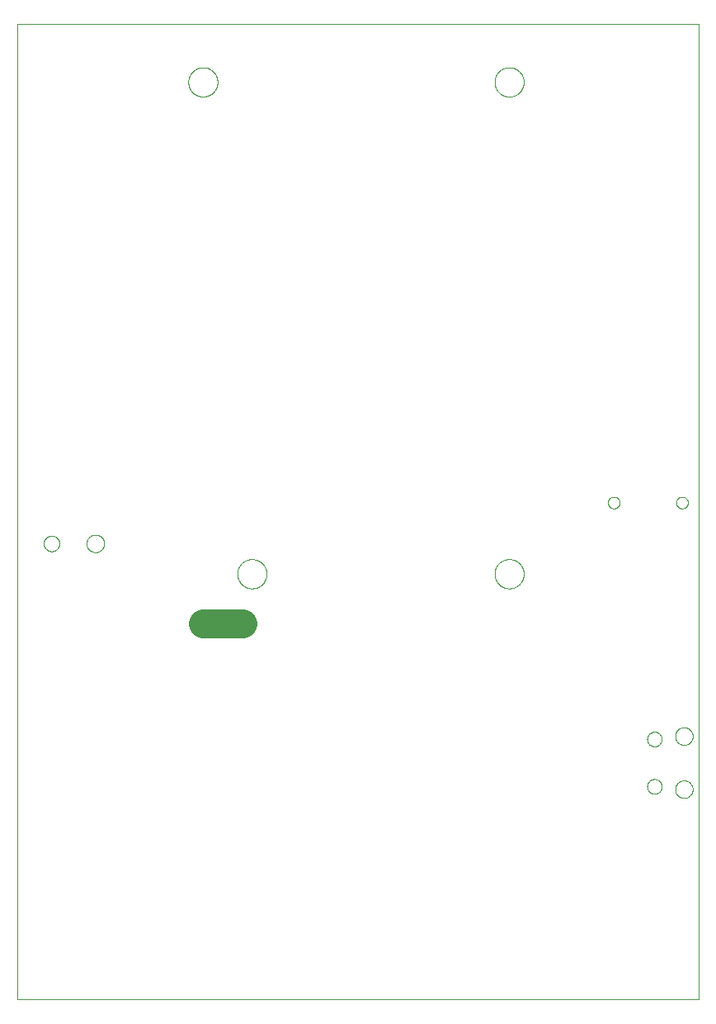
<source format=gko>
G75*
%MOIN*%
%OFA0B0*%
%FSLAX25Y25*%
%IPPOS*%
%LPD*%
%AMOC8*
5,1,8,0,0,1.08239X$1,22.5*
%
%ADD10C,0.00000*%
%ADD11C,0.11811*%
D10*
X0014993Y0002181D02*
X0014993Y0395882D01*
X0290584Y0395882D01*
X0290584Y0002181D01*
X0014993Y0002181D01*
X0104002Y0174041D02*
X0104004Y0174194D01*
X0104010Y0174348D01*
X0104020Y0174501D01*
X0104034Y0174653D01*
X0104052Y0174806D01*
X0104074Y0174957D01*
X0104099Y0175108D01*
X0104129Y0175259D01*
X0104163Y0175409D01*
X0104200Y0175557D01*
X0104241Y0175705D01*
X0104286Y0175851D01*
X0104335Y0175997D01*
X0104388Y0176141D01*
X0104444Y0176283D01*
X0104504Y0176424D01*
X0104568Y0176564D01*
X0104635Y0176702D01*
X0104706Y0176838D01*
X0104781Y0176972D01*
X0104858Y0177104D01*
X0104940Y0177234D01*
X0105024Y0177362D01*
X0105112Y0177488D01*
X0105203Y0177611D01*
X0105297Y0177732D01*
X0105395Y0177850D01*
X0105495Y0177966D01*
X0105599Y0178079D01*
X0105705Y0178190D01*
X0105814Y0178298D01*
X0105926Y0178403D01*
X0106040Y0178504D01*
X0106158Y0178603D01*
X0106277Y0178699D01*
X0106399Y0178792D01*
X0106524Y0178881D01*
X0106651Y0178968D01*
X0106780Y0179050D01*
X0106911Y0179130D01*
X0107044Y0179206D01*
X0107179Y0179279D01*
X0107316Y0179348D01*
X0107455Y0179413D01*
X0107595Y0179475D01*
X0107737Y0179533D01*
X0107880Y0179588D01*
X0108025Y0179639D01*
X0108171Y0179686D01*
X0108318Y0179729D01*
X0108466Y0179768D01*
X0108615Y0179804D01*
X0108765Y0179835D01*
X0108916Y0179863D01*
X0109067Y0179887D01*
X0109220Y0179907D01*
X0109372Y0179923D01*
X0109525Y0179935D01*
X0109678Y0179943D01*
X0109831Y0179947D01*
X0109985Y0179947D01*
X0110138Y0179943D01*
X0110291Y0179935D01*
X0110444Y0179923D01*
X0110596Y0179907D01*
X0110749Y0179887D01*
X0110900Y0179863D01*
X0111051Y0179835D01*
X0111201Y0179804D01*
X0111350Y0179768D01*
X0111498Y0179729D01*
X0111645Y0179686D01*
X0111791Y0179639D01*
X0111936Y0179588D01*
X0112079Y0179533D01*
X0112221Y0179475D01*
X0112361Y0179413D01*
X0112500Y0179348D01*
X0112637Y0179279D01*
X0112772Y0179206D01*
X0112905Y0179130D01*
X0113036Y0179050D01*
X0113165Y0178968D01*
X0113292Y0178881D01*
X0113417Y0178792D01*
X0113539Y0178699D01*
X0113658Y0178603D01*
X0113776Y0178504D01*
X0113890Y0178403D01*
X0114002Y0178298D01*
X0114111Y0178190D01*
X0114217Y0178079D01*
X0114321Y0177966D01*
X0114421Y0177850D01*
X0114519Y0177732D01*
X0114613Y0177611D01*
X0114704Y0177488D01*
X0114792Y0177362D01*
X0114876Y0177234D01*
X0114958Y0177104D01*
X0115035Y0176972D01*
X0115110Y0176838D01*
X0115181Y0176702D01*
X0115248Y0176564D01*
X0115312Y0176424D01*
X0115372Y0176283D01*
X0115428Y0176141D01*
X0115481Y0175997D01*
X0115530Y0175851D01*
X0115575Y0175705D01*
X0115616Y0175557D01*
X0115653Y0175409D01*
X0115687Y0175259D01*
X0115717Y0175108D01*
X0115742Y0174957D01*
X0115764Y0174806D01*
X0115782Y0174653D01*
X0115796Y0174501D01*
X0115806Y0174348D01*
X0115812Y0174194D01*
X0115814Y0174041D01*
X0115812Y0173888D01*
X0115806Y0173734D01*
X0115796Y0173581D01*
X0115782Y0173429D01*
X0115764Y0173276D01*
X0115742Y0173125D01*
X0115717Y0172974D01*
X0115687Y0172823D01*
X0115653Y0172673D01*
X0115616Y0172525D01*
X0115575Y0172377D01*
X0115530Y0172231D01*
X0115481Y0172085D01*
X0115428Y0171941D01*
X0115372Y0171799D01*
X0115312Y0171658D01*
X0115248Y0171518D01*
X0115181Y0171380D01*
X0115110Y0171244D01*
X0115035Y0171110D01*
X0114958Y0170978D01*
X0114876Y0170848D01*
X0114792Y0170720D01*
X0114704Y0170594D01*
X0114613Y0170471D01*
X0114519Y0170350D01*
X0114421Y0170232D01*
X0114321Y0170116D01*
X0114217Y0170003D01*
X0114111Y0169892D01*
X0114002Y0169784D01*
X0113890Y0169679D01*
X0113776Y0169578D01*
X0113658Y0169479D01*
X0113539Y0169383D01*
X0113417Y0169290D01*
X0113292Y0169201D01*
X0113165Y0169114D01*
X0113036Y0169032D01*
X0112905Y0168952D01*
X0112772Y0168876D01*
X0112637Y0168803D01*
X0112500Y0168734D01*
X0112361Y0168669D01*
X0112221Y0168607D01*
X0112079Y0168549D01*
X0111936Y0168494D01*
X0111791Y0168443D01*
X0111645Y0168396D01*
X0111498Y0168353D01*
X0111350Y0168314D01*
X0111201Y0168278D01*
X0111051Y0168247D01*
X0110900Y0168219D01*
X0110749Y0168195D01*
X0110596Y0168175D01*
X0110444Y0168159D01*
X0110291Y0168147D01*
X0110138Y0168139D01*
X0109985Y0168135D01*
X0109831Y0168135D01*
X0109678Y0168139D01*
X0109525Y0168147D01*
X0109372Y0168159D01*
X0109220Y0168175D01*
X0109067Y0168195D01*
X0108916Y0168219D01*
X0108765Y0168247D01*
X0108615Y0168278D01*
X0108466Y0168314D01*
X0108318Y0168353D01*
X0108171Y0168396D01*
X0108025Y0168443D01*
X0107880Y0168494D01*
X0107737Y0168549D01*
X0107595Y0168607D01*
X0107455Y0168669D01*
X0107316Y0168734D01*
X0107179Y0168803D01*
X0107044Y0168876D01*
X0106911Y0168952D01*
X0106780Y0169032D01*
X0106651Y0169114D01*
X0106524Y0169201D01*
X0106399Y0169290D01*
X0106277Y0169383D01*
X0106158Y0169479D01*
X0106040Y0169578D01*
X0105926Y0169679D01*
X0105814Y0169784D01*
X0105705Y0169892D01*
X0105599Y0170003D01*
X0105495Y0170116D01*
X0105395Y0170232D01*
X0105297Y0170350D01*
X0105203Y0170471D01*
X0105112Y0170594D01*
X0105024Y0170720D01*
X0104940Y0170848D01*
X0104858Y0170978D01*
X0104781Y0171110D01*
X0104706Y0171244D01*
X0104635Y0171380D01*
X0104568Y0171518D01*
X0104504Y0171658D01*
X0104444Y0171799D01*
X0104388Y0171941D01*
X0104335Y0172085D01*
X0104286Y0172231D01*
X0104241Y0172377D01*
X0104200Y0172525D01*
X0104163Y0172673D01*
X0104129Y0172823D01*
X0104099Y0172974D01*
X0104074Y0173125D01*
X0104052Y0173276D01*
X0104034Y0173429D01*
X0104020Y0173581D01*
X0104010Y0173734D01*
X0104004Y0173888D01*
X0104002Y0174041D01*
X0043102Y0186291D02*
X0043104Y0186409D01*
X0043110Y0186528D01*
X0043120Y0186646D01*
X0043134Y0186763D01*
X0043151Y0186880D01*
X0043173Y0186997D01*
X0043199Y0187112D01*
X0043228Y0187227D01*
X0043261Y0187341D01*
X0043298Y0187453D01*
X0043339Y0187564D01*
X0043383Y0187674D01*
X0043431Y0187782D01*
X0043483Y0187889D01*
X0043538Y0187994D01*
X0043597Y0188097D01*
X0043659Y0188197D01*
X0043724Y0188296D01*
X0043793Y0188393D01*
X0043864Y0188487D01*
X0043939Y0188578D01*
X0044017Y0188668D01*
X0044098Y0188754D01*
X0044182Y0188838D01*
X0044268Y0188919D01*
X0044358Y0188997D01*
X0044449Y0189072D01*
X0044543Y0189143D01*
X0044640Y0189212D01*
X0044739Y0189277D01*
X0044839Y0189339D01*
X0044942Y0189398D01*
X0045047Y0189453D01*
X0045154Y0189505D01*
X0045262Y0189553D01*
X0045372Y0189597D01*
X0045483Y0189638D01*
X0045595Y0189675D01*
X0045709Y0189708D01*
X0045824Y0189737D01*
X0045939Y0189763D01*
X0046056Y0189785D01*
X0046173Y0189802D01*
X0046290Y0189816D01*
X0046408Y0189826D01*
X0046527Y0189832D01*
X0046645Y0189834D01*
X0046763Y0189832D01*
X0046882Y0189826D01*
X0047000Y0189816D01*
X0047117Y0189802D01*
X0047234Y0189785D01*
X0047351Y0189763D01*
X0047466Y0189737D01*
X0047581Y0189708D01*
X0047695Y0189675D01*
X0047807Y0189638D01*
X0047918Y0189597D01*
X0048028Y0189553D01*
X0048136Y0189505D01*
X0048243Y0189453D01*
X0048348Y0189398D01*
X0048451Y0189339D01*
X0048551Y0189277D01*
X0048650Y0189212D01*
X0048747Y0189143D01*
X0048841Y0189072D01*
X0048932Y0188997D01*
X0049022Y0188919D01*
X0049108Y0188838D01*
X0049192Y0188754D01*
X0049273Y0188668D01*
X0049351Y0188578D01*
X0049426Y0188487D01*
X0049497Y0188393D01*
X0049566Y0188296D01*
X0049631Y0188197D01*
X0049693Y0188097D01*
X0049752Y0187994D01*
X0049807Y0187889D01*
X0049859Y0187782D01*
X0049907Y0187674D01*
X0049951Y0187564D01*
X0049992Y0187453D01*
X0050029Y0187341D01*
X0050062Y0187227D01*
X0050091Y0187112D01*
X0050117Y0186997D01*
X0050139Y0186880D01*
X0050156Y0186763D01*
X0050170Y0186646D01*
X0050180Y0186528D01*
X0050186Y0186409D01*
X0050188Y0186291D01*
X0050186Y0186173D01*
X0050180Y0186054D01*
X0050170Y0185936D01*
X0050156Y0185819D01*
X0050139Y0185702D01*
X0050117Y0185585D01*
X0050091Y0185470D01*
X0050062Y0185355D01*
X0050029Y0185241D01*
X0049992Y0185129D01*
X0049951Y0185018D01*
X0049907Y0184908D01*
X0049859Y0184800D01*
X0049807Y0184693D01*
X0049752Y0184588D01*
X0049693Y0184485D01*
X0049631Y0184385D01*
X0049566Y0184286D01*
X0049497Y0184189D01*
X0049426Y0184095D01*
X0049351Y0184004D01*
X0049273Y0183914D01*
X0049192Y0183828D01*
X0049108Y0183744D01*
X0049022Y0183663D01*
X0048932Y0183585D01*
X0048841Y0183510D01*
X0048747Y0183439D01*
X0048650Y0183370D01*
X0048551Y0183305D01*
X0048451Y0183243D01*
X0048348Y0183184D01*
X0048243Y0183129D01*
X0048136Y0183077D01*
X0048028Y0183029D01*
X0047918Y0182985D01*
X0047807Y0182944D01*
X0047695Y0182907D01*
X0047581Y0182874D01*
X0047466Y0182845D01*
X0047351Y0182819D01*
X0047234Y0182797D01*
X0047117Y0182780D01*
X0047000Y0182766D01*
X0046882Y0182756D01*
X0046763Y0182750D01*
X0046645Y0182748D01*
X0046527Y0182750D01*
X0046408Y0182756D01*
X0046290Y0182766D01*
X0046173Y0182780D01*
X0046056Y0182797D01*
X0045939Y0182819D01*
X0045824Y0182845D01*
X0045709Y0182874D01*
X0045595Y0182907D01*
X0045483Y0182944D01*
X0045372Y0182985D01*
X0045262Y0183029D01*
X0045154Y0183077D01*
X0045047Y0183129D01*
X0044942Y0183184D01*
X0044839Y0183243D01*
X0044739Y0183305D01*
X0044640Y0183370D01*
X0044543Y0183439D01*
X0044449Y0183510D01*
X0044358Y0183585D01*
X0044268Y0183663D01*
X0044182Y0183744D01*
X0044098Y0183828D01*
X0044017Y0183914D01*
X0043939Y0184004D01*
X0043864Y0184095D01*
X0043793Y0184189D01*
X0043724Y0184286D01*
X0043659Y0184385D01*
X0043597Y0184485D01*
X0043538Y0184588D01*
X0043483Y0184693D01*
X0043431Y0184800D01*
X0043383Y0184908D01*
X0043339Y0185018D01*
X0043298Y0185129D01*
X0043261Y0185241D01*
X0043228Y0185355D01*
X0043199Y0185470D01*
X0043173Y0185585D01*
X0043151Y0185702D01*
X0043134Y0185819D01*
X0043120Y0185936D01*
X0043110Y0186054D01*
X0043104Y0186173D01*
X0043102Y0186291D01*
X0025778Y0186291D02*
X0025780Y0186403D01*
X0025786Y0186514D01*
X0025796Y0186626D01*
X0025810Y0186737D01*
X0025827Y0186847D01*
X0025849Y0186957D01*
X0025875Y0187066D01*
X0025904Y0187174D01*
X0025937Y0187280D01*
X0025974Y0187386D01*
X0026015Y0187490D01*
X0026060Y0187593D01*
X0026108Y0187694D01*
X0026159Y0187793D01*
X0026214Y0187890D01*
X0026273Y0187985D01*
X0026334Y0188079D01*
X0026399Y0188170D01*
X0026468Y0188258D01*
X0026539Y0188344D01*
X0026613Y0188428D01*
X0026691Y0188508D01*
X0026771Y0188586D01*
X0026854Y0188662D01*
X0026939Y0188734D01*
X0027027Y0188803D01*
X0027117Y0188869D01*
X0027210Y0188931D01*
X0027305Y0188991D01*
X0027402Y0189047D01*
X0027500Y0189099D01*
X0027601Y0189148D01*
X0027703Y0189193D01*
X0027807Y0189235D01*
X0027912Y0189273D01*
X0028019Y0189307D01*
X0028126Y0189337D01*
X0028235Y0189364D01*
X0028344Y0189386D01*
X0028455Y0189405D01*
X0028565Y0189420D01*
X0028677Y0189431D01*
X0028788Y0189438D01*
X0028900Y0189441D01*
X0029012Y0189440D01*
X0029124Y0189435D01*
X0029235Y0189426D01*
X0029346Y0189413D01*
X0029457Y0189396D01*
X0029567Y0189376D01*
X0029676Y0189351D01*
X0029784Y0189323D01*
X0029891Y0189290D01*
X0029997Y0189254D01*
X0030101Y0189214D01*
X0030204Y0189171D01*
X0030306Y0189124D01*
X0030405Y0189073D01*
X0030503Y0189019D01*
X0030599Y0188961D01*
X0030693Y0188900D01*
X0030784Y0188836D01*
X0030873Y0188769D01*
X0030960Y0188698D01*
X0031044Y0188624D01*
X0031126Y0188548D01*
X0031204Y0188468D01*
X0031280Y0188386D01*
X0031353Y0188301D01*
X0031423Y0188214D01*
X0031489Y0188124D01*
X0031553Y0188032D01*
X0031613Y0187938D01*
X0031670Y0187842D01*
X0031723Y0187743D01*
X0031773Y0187643D01*
X0031819Y0187542D01*
X0031862Y0187438D01*
X0031901Y0187333D01*
X0031936Y0187227D01*
X0031967Y0187120D01*
X0031995Y0187011D01*
X0032018Y0186902D01*
X0032038Y0186792D01*
X0032054Y0186681D01*
X0032066Y0186570D01*
X0032074Y0186459D01*
X0032078Y0186347D01*
X0032078Y0186235D01*
X0032074Y0186123D01*
X0032066Y0186012D01*
X0032054Y0185901D01*
X0032038Y0185790D01*
X0032018Y0185680D01*
X0031995Y0185571D01*
X0031967Y0185462D01*
X0031936Y0185355D01*
X0031901Y0185249D01*
X0031862Y0185144D01*
X0031819Y0185040D01*
X0031773Y0184939D01*
X0031723Y0184839D01*
X0031670Y0184740D01*
X0031613Y0184644D01*
X0031553Y0184550D01*
X0031489Y0184458D01*
X0031423Y0184368D01*
X0031353Y0184281D01*
X0031280Y0184196D01*
X0031204Y0184114D01*
X0031126Y0184034D01*
X0031044Y0183958D01*
X0030960Y0183884D01*
X0030873Y0183813D01*
X0030784Y0183746D01*
X0030693Y0183682D01*
X0030599Y0183621D01*
X0030503Y0183563D01*
X0030405Y0183509D01*
X0030306Y0183458D01*
X0030204Y0183411D01*
X0030101Y0183368D01*
X0029997Y0183328D01*
X0029891Y0183292D01*
X0029784Y0183259D01*
X0029676Y0183231D01*
X0029567Y0183206D01*
X0029457Y0183186D01*
X0029346Y0183169D01*
X0029235Y0183156D01*
X0029124Y0183147D01*
X0029012Y0183142D01*
X0028900Y0183141D01*
X0028788Y0183144D01*
X0028677Y0183151D01*
X0028565Y0183162D01*
X0028455Y0183177D01*
X0028344Y0183196D01*
X0028235Y0183218D01*
X0028126Y0183245D01*
X0028019Y0183275D01*
X0027912Y0183309D01*
X0027807Y0183347D01*
X0027703Y0183389D01*
X0027601Y0183434D01*
X0027500Y0183483D01*
X0027402Y0183535D01*
X0027305Y0183591D01*
X0027210Y0183651D01*
X0027117Y0183713D01*
X0027027Y0183779D01*
X0026939Y0183848D01*
X0026854Y0183920D01*
X0026771Y0183996D01*
X0026691Y0184074D01*
X0026613Y0184154D01*
X0026539Y0184238D01*
X0026468Y0184324D01*
X0026399Y0184412D01*
X0026334Y0184503D01*
X0026273Y0184597D01*
X0026214Y0184692D01*
X0026159Y0184789D01*
X0026108Y0184888D01*
X0026060Y0184989D01*
X0026015Y0185092D01*
X0025974Y0185196D01*
X0025937Y0185302D01*
X0025904Y0185408D01*
X0025875Y0185516D01*
X0025849Y0185625D01*
X0025827Y0185735D01*
X0025810Y0185845D01*
X0025796Y0185956D01*
X0025786Y0186068D01*
X0025780Y0186179D01*
X0025778Y0186291D01*
X0084189Y0372575D02*
X0084191Y0372728D01*
X0084197Y0372882D01*
X0084207Y0373035D01*
X0084221Y0373187D01*
X0084239Y0373340D01*
X0084261Y0373491D01*
X0084286Y0373642D01*
X0084316Y0373793D01*
X0084350Y0373943D01*
X0084387Y0374091D01*
X0084428Y0374239D01*
X0084473Y0374385D01*
X0084522Y0374531D01*
X0084575Y0374675D01*
X0084631Y0374817D01*
X0084691Y0374958D01*
X0084755Y0375098D01*
X0084822Y0375236D01*
X0084893Y0375372D01*
X0084968Y0375506D01*
X0085045Y0375638D01*
X0085127Y0375768D01*
X0085211Y0375896D01*
X0085299Y0376022D01*
X0085390Y0376145D01*
X0085484Y0376266D01*
X0085582Y0376384D01*
X0085682Y0376500D01*
X0085786Y0376613D01*
X0085892Y0376724D01*
X0086001Y0376832D01*
X0086113Y0376937D01*
X0086227Y0377038D01*
X0086345Y0377137D01*
X0086464Y0377233D01*
X0086586Y0377326D01*
X0086711Y0377415D01*
X0086838Y0377502D01*
X0086967Y0377584D01*
X0087098Y0377664D01*
X0087231Y0377740D01*
X0087366Y0377813D01*
X0087503Y0377882D01*
X0087642Y0377947D01*
X0087782Y0378009D01*
X0087924Y0378067D01*
X0088067Y0378122D01*
X0088212Y0378173D01*
X0088358Y0378220D01*
X0088505Y0378263D01*
X0088653Y0378302D01*
X0088802Y0378338D01*
X0088952Y0378369D01*
X0089103Y0378397D01*
X0089254Y0378421D01*
X0089407Y0378441D01*
X0089559Y0378457D01*
X0089712Y0378469D01*
X0089865Y0378477D01*
X0090018Y0378481D01*
X0090172Y0378481D01*
X0090325Y0378477D01*
X0090478Y0378469D01*
X0090631Y0378457D01*
X0090783Y0378441D01*
X0090936Y0378421D01*
X0091087Y0378397D01*
X0091238Y0378369D01*
X0091388Y0378338D01*
X0091537Y0378302D01*
X0091685Y0378263D01*
X0091832Y0378220D01*
X0091978Y0378173D01*
X0092123Y0378122D01*
X0092266Y0378067D01*
X0092408Y0378009D01*
X0092548Y0377947D01*
X0092687Y0377882D01*
X0092824Y0377813D01*
X0092959Y0377740D01*
X0093092Y0377664D01*
X0093223Y0377584D01*
X0093352Y0377502D01*
X0093479Y0377415D01*
X0093604Y0377326D01*
X0093726Y0377233D01*
X0093845Y0377137D01*
X0093963Y0377038D01*
X0094077Y0376937D01*
X0094189Y0376832D01*
X0094298Y0376724D01*
X0094404Y0376613D01*
X0094508Y0376500D01*
X0094608Y0376384D01*
X0094706Y0376266D01*
X0094800Y0376145D01*
X0094891Y0376022D01*
X0094979Y0375896D01*
X0095063Y0375768D01*
X0095145Y0375638D01*
X0095222Y0375506D01*
X0095297Y0375372D01*
X0095368Y0375236D01*
X0095435Y0375098D01*
X0095499Y0374958D01*
X0095559Y0374817D01*
X0095615Y0374675D01*
X0095668Y0374531D01*
X0095717Y0374385D01*
X0095762Y0374239D01*
X0095803Y0374091D01*
X0095840Y0373943D01*
X0095874Y0373793D01*
X0095904Y0373642D01*
X0095929Y0373491D01*
X0095951Y0373340D01*
X0095969Y0373187D01*
X0095983Y0373035D01*
X0095993Y0372882D01*
X0095999Y0372728D01*
X0096001Y0372575D01*
X0095999Y0372422D01*
X0095993Y0372268D01*
X0095983Y0372115D01*
X0095969Y0371963D01*
X0095951Y0371810D01*
X0095929Y0371659D01*
X0095904Y0371508D01*
X0095874Y0371357D01*
X0095840Y0371207D01*
X0095803Y0371059D01*
X0095762Y0370911D01*
X0095717Y0370765D01*
X0095668Y0370619D01*
X0095615Y0370475D01*
X0095559Y0370333D01*
X0095499Y0370192D01*
X0095435Y0370052D01*
X0095368Y0369914D01*
X0095297Y0369778D01*
X0095222Y0369644D01*
X0095145Y0369512D01*
X0095063Y0369382D01*
X0094979Y0369254D01*
X0094891Y0369128D01*
X0094800Y0369005D01*
X0094706Y0368884D01*
X0094608Y0368766D01*
X0094508Y0368650D01*
X0094404Y0368537D01*
X0094298Y0368426D01*
X0094189Y0368318D01*
X0094077Y0368213D01*
X0093963Y0368112D01*
X0093845Y0368013D01*
X0093726Y0367917D01*
X0093604Y0367824D01*
X0093479Y0367735D01*
X0093352Y0367648D01*
X0093223Y0367566D01*
X0093092Y0367486D01*
X0092959Y0367410D01*
X0092824Y0367337D01*
X0092687Y0367268D01*
X0092548Y0367203D01*
X0092408Y0367141D01*
X0092266Y0367083D01*
X0092123Y0367028D01*
X0091978Y0366977D01*
X0091832Y0366930D01*
X0091685Y0366887D01*
X0091537Y0366848D01*
X0091388Y0366812D01*
X0091238Y0366781D01*
X0091087Y0366753D01*
X0090936Y0366729D01*
X0090783Y0366709D01*
X0090631Y0366693D01*
X0090478Y0366681D01*
X0090325Y0366673D01*
X0090172Y0366669D01*
X0090018Y0366669D01*
X0089865Y0366673D01*
X0089712Y0366681D01*
X0089559Y0366693D01*
X0089407Y0366709D01*
X0089254Y0366729D01*
X0089103Y0366753D01*
X0088952Y0366781D01*
X0088802Y0366812D01*
X0088653Y0366848D01*
X0088505Y0366887D01*
X0088358Y0366930D01*
X0088212Y0366977D01*
X0088067Y0367028D01*
X0087924Y0367083D01*
X0087782Y0367141D01*
X0087642Y0367203D01*
X0087503Y0367268D01*
X0087366Y0367337D01*
X0087231Y0367410D01*
X0087098Y0367486D01*
X0086967Y0367566D01*
X0086838Y0367648D01*
X0086711Y0367735D01*
X0086586Y0367824D01*
X0086464Y0367917D01*
X0086345Y0368013D01*
X0086227Y0368112D01*
X0086113Y0368213D01*
X0086001Y0368318D01*
X0085892Y0368426D01*
X0085786Y0368537D01*
X0085682Y0368650D01*
X0085582Y0368766D01*
X0085484Y0368884D01*
X0085390Y0369005D01*
X0085299Y0369128D01*
X0085211Y0369254D01*
X0085127Y0369382D01*
X0085045Y0369512D01*
X0084968Y0369644D01*
X0084893Y0369778D01*
X0084822Y0369914D01*
X0084755Y0370052D01*
X0084691Y0370192D01*
X0084631Y0370333D01*
X0084575Y0370475D01*
X0084522Y0370619D01*
X0084473Y0370765D01*
X0084428Y0370911D01*
X0084387Y0371059D01*
X0084350Y0371207D01*
X0084316Y0371357D01*
X0084286Y0371508D01*
X0084261Y0371659D01*
X0084239Y0371810D01*
X0084221Y0371963D01*
X0084207Y0372115D01*
X0084197Y0372268D01*
X0084191Y0372422D01*
X0084189Y0372575D01*
X0207939Y0372575D02*
X0207941Y0372728D01*
X0207947Y0372882D01*
X0207957Y0373035D01*
X0207971Y0373187D01*
X0207989Y0373340D01*
X0208011Y0373491D01*
X0208036Y0373642D01*
X0208066Y0373793D01*
X0208100Y0373943D01*
X0208137Y0374091D01*
X0208178Y0374239D01*
X0208223Y0374385D01*
X0208272Y0374531D01*
X0208325Y0374675D01*
X0208381Y0374817D01*
X0208441Y0374958D01*
X0208505Y0375098D01*
X0208572Y0375236D01*
X0208643Y0375372D01*
X0208718Y0375506D01*
X0208795Y0375638D01*
X0208877Y0375768D01*
X0208961Y0375896D01*
X0209049Y0376022D01*
X0209140Y0376145D01*
X0209234Y0376266D01*
X0209332Y0376384D01*
X0209432Y0376500D01*
X0209536Y0376613D01*
X0209642Y0376724D01*
X0209751Y0376832D01*
X0209863Y0376937D01*
X0209977Y0377038D01*
X0210095Y0377137D01*
X0210214Y0377233D01*
X0210336Y0377326D01*
X0210461Y0377415D01*
X0210588Y0377502D01*
X0210717Y0377584D01*
X0210848Y0377664D01*
X0210981Y0377740D01*
X0211116Y0377813D01*
X0211253Y0377882D01*
X0211392Y0377947D01*
X0211532Y0378009D01*
X0211674Y0378067D01*
X0211817Y0378122D01*
X0211962Y0378173D01*
X0212108Y0378220D01*
X0212255Y0378263D01*
X0212403Y0378302D01*
X0212552Y0378338D01*
X0212702Y0378369D01*
X0212853Y0378397D01*
X0213004Y0378421D01*
X0213157Y0378441D01*
X0213309Y0378457D01*
X0213462Y0378469D01*
X0213615Y0378477D01*
X0213768Y0378481D01*
X0213922Y0378481D01*
X0214075Y0378477D01*
X0214228Y0378469D01*
X0214381Y0378457D01*
X0214533Y0378441D01*
X0214686Y0378421D01*
X0214837Y0378397D01*
X0214988Y0378369D01*
X0215138Y0378338D01*
X0215287Y0378302D01*
X0215435Y0378263D01*
X0215582Y0378220D01*
X0215728Y0378173D01*
X0215873Y0378122D01*
X0216016Y0378067D01*
X0216158Y0378009D01*
X0216298Y0377947D01*
X0216437Y0377882D01*
X0216574Y0377813D01*
X0216709Y0377740D01*
X0216842Y0377664D01*
X0216973Y0377584D01*
X0217102Y0377502D01*
X0217229Y0377415D01*
X0217354Y0377326D01*
X0217476Y0377233D01*
X0217595Y0377137D01*
X0217713Y0377038D01*
X0217827Y0376937D01*
X0217939Y0376832D01*
X0218048Y0376724D01*
X0218154Y0376613D01*
X0218258Y0376500D01*
X0218358Y0376384D01*
X0218456Y0376266D01*
X0218550Y0376145D01*
X0218641Y0376022D01*
X0218729Y0375896D01*
X0218813Y0375768D01*
X0218895Y0375638D01*
X0218972Y0375506D01*
X0219047Y0375372D01*
X0219118Y0375236D01*
X0219185Y0375098D01*
X0219249Y0374958D01*
X0219309Y0374817D01*
X0219365Y0374675D01*
X0219418Y0374531D01*
X0219467Y0374385D01*
X0219512Y0374239D01*
X0219553Y0374091D01*
X0219590Y0373943D01*
X0219624Y0373793D01*
X0219654Y0373642D01*
X0219679Y0373491D01*
X0219701Y0373340D01*
X0219719Y0373187D01*
X0219733Y0373035D01*
X0219743Y0372882D01*
X0219749Y0372728D01*
X0219751Y0372575D01*
X0219749Y0372422D01*
X0219743Y0372268D01*
X0219733Y0372115D01*
X0219719Y0371963D01*
X0219701Y0371810D01*
X0219679Y0371659D01*
X0219654Y0371508D01*
X0219624Y0371357D01*
X0219590Y0371207D01*
X0219553Y0371059D01*
X0219512Y0370911D01*
X0219467Y0370765D01*
X0219418Y0370619D01*
X0219365Y0370475D01*
X0219309Y0370333D01*
X0219249Y0370192D01*
X0219185Y0370052D01*
X0219118Y0369914D01*
X0219047Y0369778D01*
X0218972Y0369644D01*
X0218895Y0369512D01*
X0218813Y0369382D01*
X0218729Y0369254D01*
X0218641Y0369128D01*
X0218550Y0369005D01*
X0218456Y0368884D01*
X0218358Y0368766D01*
X0218258Y0368650D01*
X0218154Y0368537D01*
X0218048Y0368426D01*
X0217939Y0368318D01*
X0217827Y0368213D01*
X0217713Y0368112D01*
X0217595Y0368013D01*
X0217476Y0367917D01*
X0217354Y0367824D01*
X0217229Y0367735D01*
X0217102Y0367648D01*
X0216973Y0367566D01*
X0216842Y0367486D01*
X0216709Y0367410D01*
X0216574Y0367337D01*
X0216437Y0367268D01*
X0216298Y0367203D01*
X0216158Y0367141D01*
X0216016Y0367083D01*
X0215873Y0367028D01*
X0215728Y0366977D01*
X0215582Y0366930D01*
X0215435Y0366887D01*
X0215287Y0366848D01*
X0215138Y0366812D01*
X0214988Y0366781D01*
X0214837Y0366753D01*
X0214686Y0366729D01*
X0214533Y0366709D01*
X0214381Y0366693D01*
X0214228Y0366681D01*
X0214075Y0366673D01*
X0213922Y0366669D01*
X0213768Y0366669D01*
X0213615Y0366673D01*
X0213462Y0366681D01*
X0213309Y0366693D01*
X0213157Y0366709D01*
X0213004Y0366729D01*
X0212853Y0366753D01*
X0212702Y0366781D01*
X0212552Y0366812D01*
X0212403Y0366848D01*
X0212255Y0366887D01*
X0212108Y0366930D01*
X0211962Y0366977D01*
X0211817Y0367028D01*
X0211674Y0367083D01*
X0211532Y0367141D01*
X0211392Y0367203D01*
X0211253Y0367268D01*
X0211116Y0367337D01*
X0210981Y0367410D01*
X0210848Y0367486D01*
X0210717Y0367566D01*
X0210588Y0367648D01*
X0210461Y0367735D01*
X0210336Y0367824D01*
X0210214Y0367917D01*
X0210095Y0368013D01*
X0209977Y0368112D01*
X0209863Y0368213D01*
X0209751Y0368318D01*
X0209642Y0368426D01*
X0209536Y0368537D01*
X0209432Y0368650D01*
X0209332Y0368766D01*
X0209234Y0368884D01*
X0209140Y0369005D01*
X0209049Y0369128D01*
X0208961Y0369254D01*
X0208877Y0369382D01*
X0208795Y0369512D01*
X0208718Y0369644D01*
X0208643Y0369778D01*
X0208572Y0369914D01*
X0208505Y0370052D01*
X0208441Y0370192D01*
X0208381Y0370333D01*
X0208325Y0370475D01*
X0208272Y0370619D01*
X0208223Y0370765D01*
X0208178Y0370911D01*
X0208137Y0371059D01*
X0208100Y0371207D01*
X0208066Y0371357D01*
X0208036Y0371508D01*
X0208011Y0371659D01*
X0207989Y0371810D01*
X0207971Y0371963D01*
X0207957Y0372115D01*
X0207947Y0372268D01*
X0207941Y0372422D01*
X0207939Y0372575D01*
X0253773Y0202791D02*
X0253775Y0202888D01*
X0253781Y0202985D01*
X0253791Y0203081D01*
X0253805Y0203177D01*
X0253823Y0203273D01*
X0253844Y0203367D01*
X0253870Y0203461D01*
X0253899Y0203553D01*
X0253933Y0203644D01*
X0253969Y0203734D01*
X0254010Y0203822D01*
X0254054Y0203908D01*
X0254102Y0203993D01*
X0254153Y0204075D01*
X0254207Y0204156D01*
X0254265Y0204234D01*
X0254326Y0204309D01*
X0254389Y0204382D01*
X0254456Y0204453D01*
X0254526Y0204520D01*
X0254598Y0204585D01*
X0254673Y0204646D01*
X0254751Y0204705D01*
X0254830Y0204760D01*
X0254912Y0204812D01*
X0254996Y0204860D01*
X0255082Y0204905D01*
X0255170Y0204947D01*
X0255259Y0204985D01*
X0255350Y0205019D01*
X0255442Y0205049D01*
X0255535Y0205076D01*
X0255630Y0205098D01*
X0255725Y0205117D01*
X0255821Y0205132D01*
X0255917Y0205143D01*
X0256014Y0205150D01*
X0256111Y0205153D01*
X0256208Y0205152D01*
X0256305Y0205147D01*
X0256401Y0205138D01*
X0256497Y0205125D01*
X0256593Y0205108D01*
X0256688Y0205087D01*
X0256781Y0205063D01*
X0256874Y0205034D01*
X0256966Y0205002D01*
X0257056Y0204966D01*
X0257144Y0204927D01*
X0257231Y0204883D01*
X0257316Y0204837D01*
X0257399Y0204786D01*
X0257480Y0204733D01*
X0257558Y0204676D01*
X0257635Y0204616D01*
X0257708Y0204553D01*
X0257779Y0204487D01*
X0257847Y0204418D01*
X0257913Y0204346D01*
X0257975Y0204272D01*
X0258034Y0204195D01*
X0258090Y0204116D01*
X0258143Y0204034D01*
X0258193Y0203951D01*
X0258238Y0203865D01*
X0258281Y0203778D01*
X0258320Y0203689D01*
X0258355Y0203599D01*
X0258386Y0203507D01*
X0258413Y0203414D01*
X0258437Y0203320D01*
X0258457Y0203225D01*
X0258473Y0203129D01*
X0258485Y0203033D01*
X0258493Y0202936D01*
X0258497Y0202839D01*
X0258497Y0202743D01*
X0258493Y0202646D01*
X0258485Y0202549D01*
X0258473Y0202453D01*
X0258457Y0202357D01*
X0258437Y0202262D01*
X0258413Y0202168D01*
X0258386Y0202075D01*
X0258355Y0201983D01*
X0258320Y0201893D01*
X0258281Y0201804D01*
X0258238Y0201717D01*
X0258193Y0201631D01*
X0258143Y0201548D01*
X0258090Y0201466D01*
X0258034Y0201387D01*
X0257975Y0201310D01*
X0257913Y0201236D01*
X0257847Y0201164D01*
X0257779Y0201095D01*
X0257708Y0201029D01*
X0257635Y0200966D01*
X0257558Y0200906D01*
X0257480Y0200849D01*
X0257399Y0200796D01*
X0257316Y0200745D01*
X0257231Y0200699D01*
X0257144Y0200655D01*
X0257056Y0200616D01*
X0256966Y0200580D01*
X0256874Y0200548D01*
X0256781Y0200519D01*
X0256688Y0200495D01*
X0256593Y0200474D01*
X0256497Y0200457D01*
X0256401Y0200444D01*
X0256305Y0200435D01*
X0256208Y0200430D01*
X0256111Y0200429D01*
X0256014Y0200432D01*
X0255917Y0200439D01*
X0255821Y0200450D01*
X0255725Y0200465D01*
X0255630Y0200484D01*
X0255535Y0200506D01*
X0255442Y0200533D01*
X0255350Y0200563D01*
X0255259Y0200597D01*
X0255170Y0200635D01*
X0255082Y0200677D01*
X0254996Y0200722D01*
X0254912Y0200770D01*
X0254830Y0200822D01*
X0254751Y0200877D01*
X0254673Y0200936D01*
X0254598Y0200997D01*
X0254526Y0201062D01*
X0254456Y0201129D01*
X0254389Y0201200D01*
X0254326Y0201273D01*
X0254265Y0201348D01*
X0254207Y0201426D01*
X0254153Y0201507D01*
X0254102Y0201589D01*
X0254054Y0201674D01*
X0254010Y0201760D01*
X0253969Y0201848D01*
X0253933Y0201938D01*
X0253899Y0202029D01*
X0253870Y0202121D01*
X0253844Y0202215D01*
X0253823Y0202309D01*
X0253805Y0202405D01*
X0253791Y0202501D01*
X0253781Y0202597D01*
X0253775Y0202694D01*
X0253773Y0202791D01*
X0281332Y0202791D02*
X0281334Y0202888D01*
X0281340Y0202985D01*
X0281350Y0203081D01*
X0281364Y0203177D01*
X0281382Y0203273D01*
X0281403Y0203367D01*
X0281429Y0203461D01*
X0281458Y0203553D01*
X0281492Y0203644D01*
X0281528Y0203734D01*
X0281569Y0203822D01*
X0281613Y0203908D01*
X0281661Y0203993D01*
X0281712Y0204075D01*
X0281766Y0204156D01*
X0281824Y0204234D01*
X0281885Y0204309D01*
X0281948Y0204382D01*
X0282015Y0204453D01*
X0282085Y0204520D01*
X0282157Y0204585D01*
X0282232Y0204646D01*
X0282310Y0204705D01*
X0282389Y0204760D01*
X0282471Y0204812D01*
X0282555Y0204860D01*
X0282641Y0204905D01*
X0282729Y0204947D01*
X0282818Y0204985D01*
X0282909Y0205019D01*
X0283001Y0205049D01*
X0283094Y0205076D01*
X0283189Y0205098D01*
X0283284Y0205117D01*
X0283380Y0205132D01*
X0283476Y0205143D01*
X0283573Y0205150D01*
X0283670Y0205153D01*
X0283767Y0205152D01*
X0283864Y0205147D01*
X0283960Y0205138D01*
X0284056Y0205125D01*
X0284152Y0205108D01*
X0284247Y0205087D01*
X0284340Y0205063D01*
X0284433Y0205034D01*
X0284525Y0205002D01*
X0284615Y0204966D01*
X0284703Y0204927D01*
X0284790Y0204883D01*
X0284875Y0204837D01*
X0284958Y0204786D01*
X0285039Y0204733D01*
X0285117Y0204676D01*
X0285194Y0204616D01*
X0285267Y0204553D01*
X0285338Y0204487D01*
X0285406Y0204418D01*
X0285472Y0204346D01*
X0285534Y0204272D01*
X0285593Y0204195D01*
X0285649Y0204116D01*
X0285702Y0204034D01*
X0285752Y0203951D01*
X0285797Y0203865D01*
X0285840Y0203778D01*
X0285879Y0203689D01*
X0285914Y0203599D01*
X0285945Y0203507D01*
X0285972Y0203414D01*
X0285996Y0203320D01*
X0286016Y0203225D01*
X0286032Y0203129D01*
X0286044Y0203033D01*
X0286052Y0202936D01*
X0286056Y0202839D01*
X0286056Y0202743D01*
X0286052Y0202646D01*
X0286044Y0202549D01*
X0286032Y0202453D01*
X0286016Y0202357D01*
X0285996Y0202262D01*
X0285972Y0202168D01*
X0285945Y0202075D01*
X0285914Y0201983D01*
X0285879Y0201893D01*
X0285840Y0201804D01*
X0285797Y0201717D01*
X0285752Y0201631D01*
X0285702Y0201548D01*
X0285649Y0201466D01*
X0285593Y0201387D01*
X0285534Y0201310D01*
X0285472Y0201236D01*
X0285406Y0201164D01*
X0285338Y0201095D01*
X0285267Y0201029D01*
X0285194Y0200966D01*
X0285117Y0200906D01*
X0285039Y0200849D01*
X0284958Y0200796D01*
X0284875Y0200745D01*
X0284790Y0200699D01*
X0284703Y0200655D01*
X0284615Y0200616D01*
X0284525Y0200580D01*
X0284433Y0200548D01*
X0284340Y0200519D01*
X0284247Y0200495D01*
X0284152Y0200474D01*
X0284056Y0200457D01*
X0283960Y0200444D01*
X0283864Y0200435D01*
X0283767Y0200430D01*
X0283670Y0200429D01*
X0283573Y0200432D01*
X0283476Y0200439D01*
X0283380Y0200450D01*
X0283284Y0200465D01*
X0283189Y0200484D01*
X0283094Y0200506D01*
X0283001Y0200533D01*
X0282909Y0200563D01*
X0282818Y0200597D01*
X0282729Y0200635D01*
X0282641Y0200677D01*
X0282555Y0200722D01*
X0282471Y0200770D01*
X0282389Y0200822D01*
X0282310Y0200877D01*
X0282232Y0200936D01*
X0282157Y0200997D01*
X0282085Y0201062D01*
X0282015Y0201129D01*
X0281948Y0201200D01*
X0281885Y0201273D01*
X0281824Y0201348D01*
X0281766Y0201426D01*
X0281712Y0201507D01*
X0281661Y0201589D01*
X0281613Y0201674D01*
X0281569Y0201760D01*
X0281528Y0201848D01*
X0281492Y0201938D01*
X0281458Y0202029D01*
X0281429Y0202121D01*
X0281403Y0202215D01*
X0281382Y0202309D01*
X0281364Y0202405D01*
X0281350Y0202501D01*
X0281340Y0202597D01*
X0281334Y0202694D01*
X0281332Y0202791D01*
X0207939Y0174041D02*
X0207941Y0174194D01*
X0207947Y0174348D01*
X0207957Y0174501D01*
X0207971Y0174653D01*
X0207989Y0174806D01*
X0208011Y0174957D01*
X0208036Y0175108D01*
X0208066Y0175259D01*
X0208100Y0175409D01*
X0208137Y0175557D01*
X0208178Y0175705D01*
X0208223Y0175851D01*
X0208272Y0175997D01*
X0208325Y0176141D01*
X0208381Y0176283D01*
X0208441Y0176424D01*
X0208505Y0176564D01*
X0208572Y0176702D01*
X0208643Y0176838D01*
X0208718Y0176972D01*
X0208795Y0177104D01*
X0208877Y0177234D01*
X0208961Y0177362D01*
X0209049Y0177488D01*
X0209140Y0177611D01*
X0209234Y0177732D01*
X0209332Y0177850D01*
X0209432Y0177966D01*
X0209536Y0178079D01*
X0209642Y0178190D01*
X0209751Y0178298D01*
X0209863Y0178403D01*
X0209977Y0178504D01*
X0210095Y0178603D01*
X0210214Y0178699D01*
X0210336Y0178792D01*
X0210461Y0178881D01*
X0210588Y0178968D01*
X0210717Y0179050D01*
X0210848Y0179130D01*
X0210981Y0179206D01*
X0211116Y0179279D01*
X0211253Y0179348D01*
X0211392Y0179413D01*
X0211532Y0179475D01*
X0211674Y0179533D01*
X0211817Y0179588D01*
X0211962Y0179639D01*
X0212108Y0179686D01*
X0212255Y0179729D01*
X0212403Y0179768D01*
X0212552Y0179804D01*
X0212702Y0179835D01*
X0212853Y0179863D01*
X0213004Y0179887D01*
X0213157Y0179907D01*
X0213309Y0179923D01*
X0213462Y0179935D01*
X0213615Y0179943D01*
X0213768Y0179947D01*
X0213922Y0179947D01*
X0214075Y0179943D01*
X0214228Y0179935D01*
X0214381Y0179923D01*
X0214533Y0179907D01*
X0214686Y0179887D01*
X0214837Y0179863D01*
X0214988Y0179835D01*
X0215138Y0179804D01*
X0215287Y0179768D01*
X0215435Y0179729D01*
X0215582Y0179686D01*
X0215728Y0179639D01*
X0215873Y0179588D01*
X0216016Y0179533D01*
X0216158Y0179475D01*
X0216298Y0179413D01*
X0216437Y0179348D01*
X0216574Y0179279D01*
X0216709Y0179206D01*
X0216842Y0179130D01*
X0216973Y0179050D01*
X0217102Y0178968D01*
X0217229Y0178881D01*
X0217354Y0178792D01*
X0217476Y0178699D01*
X0217595Y0178603D01*
X0217713Y0178504D01*
X0217827Y0178403D01*
X0217939Y0178298D01*
X0218048Y0178190D01*
X0218154Y0178079D01*
X0218258Y0177966D01*
X0218358Y0177850D01*
X0218456Y0177732D01*
X0218550Y0177611D01*
X0218641Y0177488D01*
X0218729Y0177362D01*
X0218813Y0177234D01*
X0218895Y0177104D01*
X0218972Y0176972D01*
X0219047Y0176838D01*
X0219118Y0176702D01*
X0219185Y0176564D01*
X0219249Y0176424D01*
X0219309Y0176283D01*
X0219365Y0176141D01*
X0219418Y0175997D01*
X0219467Y0175851D01*
X0219512Y0175705D01*
X0219553Y0175557D01*
X0219590Y0175409D01*
X0219624Y0175259D01*
X0219654Y0175108D01*
X0219679Y0174957D01*
X0219701Y0174806D01*
X0219719Y0174653D01*
X0219733Y0174501D01*
X0219743Y0174348D01*
X0219749Y0174194D01*
X0219751Y0174041D01*
X0219749Y0173888D01*
X0219743Y0173734D01*
X0219733Y0173581D01*
X0219719Y0173429D01*
X0219701Y0173276D01*
X0219679Y0173125D01*
X0219654Y0172974D01*
X0219624Y0172823D01*
X0219590Y0172673D01*
X0219553Y0172525D01*
X0219512Y0172377D01*
X0219467Y0172231D01*
X0219418Y0172085D01*
X0219365Y0171941D01*
X0219309Y0171799D01*
X0219249Y0171658D01*
X0219185Y0171518D01*
X0219118Y0171380D01*
X0219047Y0171244D01*
X0218972Y0171110D01*
X0218895Y0170978D01*
X0218813Y0170848D01*
X0218729Y0170720D01*
X0218641Y0170594D01*
X0218550Y0170471D01*
X0218456Y0170350D01*
X0218358Y0170232D01*
X0218258Y0170116D01*
X0218154Y0170003D01*
X0218048Y0169892D01*
X0217939Y0169784D01*
X0217827Y0169679D01*
X0217713Y0169578D01*
X0217595Y0169479D01*
X0217476Y0169383D01*
X0217354Y0169290D01*
X0217229Y0169201D01*
X0217102Y0169114D01*
X0216973Y0169032D01*
X0216842Y0168952D01*
X0216709Y0168876D01*
X0216574Y0168803D01*
X0216437Y0168734D01*
X0216298Y0168669D01*
X0216158Y0168607D01*
X0216016Y0168549D01*
X0215873Y0168494D01*
X0215728Y0168443D01*
X0215582Y0168396D01*
X0215435Y0168353D01*
X0215287Y0168314D01*
X0215138Y0168278D01*
X0214988Y0168247D01*
X0214837Y0168219D01*
X0214686Y0168195D01*
X0214533Y0168175D01*
X0214381Y0168159D01*
X0214228Y0168147D01*
X0214075Y0168139D01*
X0213922Y0168135D01*
X0213768Y0168135D01*
X0213615Y0168139D01*
X0213462Y0168147D01*
X0213309Y0168159D01*
X0213157Y0168175D01*
X0213004Y0168195D01*
X0212853Y0168219D01*
X0212702Y0168247D01*
X0212552Y0168278D01*
X0212403Y0168314D01*
X0212255Y0168353D01*
X0212108Y0168396D01*
X0211962Y0168443D01*
X0211817Y0168494D01*
X0211674Y0168549D01*
X0211532Y0168607D01*
X0211392Y0168669D01*
X0211253Y0168734D01*
X0211116Y0168803D01*
X0210981Y0168876D01*
X0210848Y0168952D01*
X0210717Y0169032D01*
X0210588Y0169114D01*
X0210461Y0169201D01*
X0210336Y0169290D01*
X0210214Y0169383D01*
X0210095Y0169479D01*
X0209977Y0169578D01*
X0209863Y0169679D01*
X0209751Y0169784D01*
X0209642Y0169892D01*
X0209536Y0170003D01*
X0209432Y0170116D01*
X0209332Y0170232D01*
X0209234Y0170350D01*
X0209140Y0170471D01*
X0209049Y0170594D01*
X0208961Y0170720D01*
X0208877Y0170848D01*
X0208795Y0170978D01*
X0208718Y0171110D01*
X0208643Y0171244D01*
X0208572Y0171380D01*
X0208505Y0171518D01*
X0208441Y0171658D01*
X0208381Y0171799D01*
X0208325Y0171941D01*
X0208272Y0172085D01*
X0208223Y0172231D01*
X0208178Y0172377D01*
X0208137Y0172525D01*
X0208100Y0172673D01*
X0208066Y0172823D01*
X0208036Y0172974D01*
X0208011Y0173125D01*
X0207989Y0173276D01*
X0207971Y0173429D01*
X0207957Y0173581D01*
X0207947Y0173734D01*
X0207941Y0173888D01*
X0207939Y0174041D01*
X0269599Y0107339D02*
X0269601Y0107447D01*
X0269607Y0107556D01*
X0269617Y0107664D01*
X0269631Y0107771D01*
X0269649Y0107878D01*
X0269670Y0107985D01*
X0269696Y0108090D01*
X0269726Y0108195D01*
X0269759Y0108298D01*
X0269796Y0108400D01*
X0269837Y0108500D01*
X0269881Y0108599D01*
X0269930Y0108697D01*
X0269981Y0108792D01*
X0270036Y0108885D01*
X0270095Y0108977D01*
X0270157Y0109066D01*
X0270222Y0109153D01*
X0270290Y0109237D01*
X0270361Y0109319D01*
X0270435Y0109398D01*
X0270512Y0109474D01*
X0270592Y0109548D01*
X0270675Y0109618D01*
X0270760Y0109686D01*
X0270847Y0109750D01*
X0270937Y0109811D01*
X0271029Y0109869D01*
X0271123Y0109923D01*
X0271219Y0109974D01*
X0271316Y0110021D01*
X0271416Y0110065D01*
X0271517Y0110105D01*
X0271619Y0110141D01*
X0271722Y0110173D01*
X0271827Y0110202D01*
X0271933Y0110226D01*
X0272039Y0110247D01*
X0272146Y0110264D01*
X0272254Y0110277D01*
X0272362Y0110286D01*
X0272471Y0110291D01*
X0272579Y0110292D01*
X0272688Y0110289D01*
X0272796Y0110282D01*
X0272904Y0110271D01*
X0273011Y0110256D01*
X0273118Y0110237D01*
X0273224Y0110214D01*
X0273329Y0110188D01*
X0273434Y0110157D01*
X0273536Y0110123D01*
X0273638Y0110085D01*
X0273738Y0110043D01*
X0273837Y0109998D01*
X0273934Y0109949D01*
X0274028Y0109896D01*
X0274121Y0109840D01*
X0274212Y0109781D01*
X0274301Y0109718D01*
X0274387Y0109653D01*
X0274471Y0109584D01*
X0274552Y0109512D01*
X0274630Y0109437D01*
X0274706Y0109359D01*
X0274779Y0109278D01*
X0274849Y0109195D01*
X0274915Y0109110D01*
X0274979Y0109022D01*
X0275039Y0108931D01*
X0275096Y0108839D01*
X0275149Y0108744D01*
X0275199Y0108648D01*
X0275245Y0108550D01*
X0275288Y0108450D01*
X0275327Y0108349D01*
X0275362Y0108246D01*
X0275394Y0108143D01*
X0275421Y0108038D01*
X0275445Y0107932D01*
X0275465Y0107825D01*
X0275481Y0107718D01*
X0275493Y0107610D01*
X0275501Y0107502D01*
X0275505Y0107393D01*
X0275505Y0107285D01*
X0275501Y0107176D01*
X0275493Y0107068D01*
X0275481Y0106960D01*
X0275465Y0106853D01*
X0275445Y0106746D01*
X0275421Y0106640D01*
X0275394Y0106535D01*
X0275362Y0106432D01*
X0275327Y0106329D01*
X0275288Y0106228D01*
X0275245Y0106128D01*
X0275199Y0106030D01*
X0275149Y0105934D01*
X0275096Y0105839D01*
X0275039Y0105747D01*
X0274979Y0105656D01*
X0274915Y0105568D01*
X0274849Y0105483D01*
X0274779Y0105400D01*
X0274706Y0105319D01*
X0274630Y0105241D01*
X0274552Y0105166D01*
X0274471Y0105094D01*
X0274387Y0105025D01*
X0274301Y0104960D01*
X0274212Y0104897D01*
X0274121Y0104838D01*
X0274029Y0104782D01*
X0273934Y0104729D01*
X0273837Y0104680D01*
X0273738Y0104635D01*
X0273638Y0104593D01*
X0273536Y0104555D01*
X0273434Y0104521D01*
X0273329Y0104490D01*
X0273224Y0104464D01*
X0273118Y0104441D01*
X0273011Y0104422D01*
X0272904Y0104407D01*
X0272796Y0104396D01*
X0272688Y0104389D01*
X0272579Y0104386D01*
X0272471Y0104387D01*
X0272362Y0104392D01*
X0272254Y0104401D01*
X0272146Y0104414D01*
X0272039Y0104431D01*
X0271933Y0104452D01*
X0271827Y0104476D01*
X0271722Y0104505D01*
X0271619Y0104537D01*
X0271517Y0104573D01*
X0271416Y0104613D01*
X0271316Y0104657D01*
X0271219Y0104704D01*
X0271123Y0104755D01*
X0271029Y0104809D01*
X0270937Y0104867D01*
X0270847Y0104928D01*
X0270760Y0104992D01*
X0270675Y0105060D01*
X0270592Y0105130D01*
X0270512Y0105204D01*
X0270435Y0105280D01*
X0270361Y0105359D01*
X0270290Y0105441D01*
X0270222Y0105525D01*
X0270157Y0105612D01*
X0270095Y0105701D01*
X0270036Y0105793D01*
X0269981Y0105886D01*
X0269930Y0105981D01*
X0269881Y0106079D01*
X0269837Y0106178D01*
X0269796Y0106278D01*
X0269759Y0106380D01*
X0269726Y0106483D01*
X0269696Y0106588D01*
X0269670Y0106693D01*
X0269649Y0106800D01*
X0269631Y0106907D01*
X0269617Y0107014D01*
X0269607Y0107122D01*
X0269601Y0107231D01*
X0269599Y0107339D01*
X0280938Y0108520D02*
X0280940Y0108638D01*
X0280946Y0108757D01*
X0280956Y0108875D01*
X0280970Y0108992D01*
X0280987Y0109109D01*
X0281009Y0109226D01*
X0281035Y0109341D01*
X0281064Y0109456D01*
X0281097Y0109570D01*
X0281134Y0109682D01*
X0281175Y0109793D01*
X0281219Y0109903D01*
X0281267Y0110011D01*
X0281319Y0110118D01*
X0281374Y0110223D01*
X0281433Y0110326D01*
X0281495Y0110426D01*
X0281560Y0110525D01*
X0281629Y0110622D01*
X0281700Y0110716D01*
X0281775Y0110807D01*
X0281853Y0110897D01*
X0281934Y0110983D01*
X0282018Y0111067D01*
X0282104Y0111148D01*
X0282194Y0111226D01*
X0282285Y0111301D01*
X0282379Y0111372D01*
X0282476Y0111441D01*
X0282575Y0111506D01*
X0282675Y0111568D01*
X0282778Y0111627D01*
X0282883Y0111682D01*
X0282990Y0111734D01*
X0283098Y0111782D01*
X0283208Y0111826D01*
X0283319Y0111867D01*
X0283431Y0111904D01*
X0283545Y0111937D01*
X0283660Y0111966D01*
X0283775Y0111992D01*
X0283892Y0112014D01*
X0284009Y0112031D01*
X0284126Y0112045D01*
X0284244Y0112055D01*
X0284363Y0112061D01*
X0284481Y0112063D01*
X0284599Y0112061D01*
X0284718Y0112055D01*
X0284836Y0112045D01*
X0284953Y0112031D01*
X0285070Y0112014D01*
X0285187Y0111992D01*
X0285302Y0111966D01*
X0285417Y0111937D01*
X0285531Y0111904D01*
X0285643Y0111867D01*
X0285754Y0111826D01*
X0285864Y0111782D01*
X0285972Y0111734D01*
X0286079Y0111682D01*
X0286184Y0111627D01*
X0286287Y0111568D01*
X0286387Y0111506D01*
X0286486Y0111441D01*
X0286583Y0111372D01*
X0286677Y0111301D01*
X0286768Y0111226D01*
X0286858Y0111148D01*
X0286944Y0111067D01*
X0287028Y0110983D01*
X0287109Y0110897D01*
X0287187Y0110807D01*
X0287262Y0110716D01*
X0287333Y0110622D01*
X0287402Y0110525D01*
X0287467Y0110426D01*
X0287529Y0110326D01*
X0287588Y0110223D01*
X0287643Y0110118D01*
X0287695Y0110011D01*
X0287743Y0109903D01*
X0287787Y0109793D01*
X0287828Y0109682D01*
X0287865Y0109570D01*
X0287898Y0109456D01*
X0287927Y0109341D01*
X0287953Y0109226D01*
X0287975Y0109109D01*
X0287992Y0108992D01*
X0288006Y0108875D01*
X0288016Y0108757D01*
X0288022Y0108638D01*
X0288024Y0108520D01*
X0288022Y0108402D01*
X0288016Y0108283D01*
X0288006Y0108165D01*
X0287992Y0108048D01*
X0287975Y0107931D01*
X0287953Y0107814D01*
X0287927Y0107699D01*
X0287898Y0107584D01*
X0287865Y0107470D01*
X0287828Y0107358D01*
X0287787Y0107247D01*
X0287743Y0107137D01*
X0287695Y0107029D01*
X0287643Y0106922D01*
X0287588Y0106817D01*
X0287529Y0106714D01*
X0287467Y0106614D01*
X0287402Y0106515D01*
X0287333Y0106418D01*
X0287262Y0106324D01*
X0287187Y0106233D01*
X0287109Y0106143D01*
X0287028Y0106057D01*
X0286944Y0105973D01*
X0286858Y0105892D01*
X0286768Y0105814D01*
X0286677Y0105739D01*
X0286583Y0105668D01*
X0286486Y0105599D01*
X0286387Y0105534D01*
X0286287Y0105472D01*
X0286184Y0105413D01*
X0286079Y0105358D01*
X0285972Y0105306D01*
X0285864Y0105258D01*
X0285754Y0105214D01*
X0285643Y0105173D01*
X0285531Y0105136D01*
X0285417Y0105103D01*
X0285302Y0105074D01*
X0285187Y0105048D01*
X0285070Y0105026D01*
X0284953Y0105009D01*
X0284836Y0104995D01*
X0284718Y0104985D01*
X0284599Y0104979D01*
X0284481Y0104977D01*
X0284363Y0104979D01*
X0284244Y0104985D01*
X0284126Y0104995D01*
X0284009Y0105009D01*
X0283892Y0105026D01*
X0283775Y0105048D01*
X0283660Y0105074D01*
X0283545Y0105103D01*
X0283431Y0105136D01*
X0283319Y0105173D01*
X0283208Y0105214D01*
X0283098Y0105258D01*
X0282990Y0105306D01*
X0282883Y0105358D01*
X0282778Y0105413D01*
X0282675Y0105472D01*
X0282575Y0105534D01*
X0282476Y0105599D01*
X0282379Y0105668D01*
X0282285Y0105739D01*
X0282194Y0105814D01*
X0282104Y0105892D01*
X0282018Y0105973D01*
X0281934Y0106057D01*
X0281853Y0106143D01*
X0281775Y0106233D01*
X0281700Y0106324D01*
X0281629Y0106418D01*
X0281560Y0106515D01*
X0281495Y0106614D01*
X0281433Y0106714D01*
X0281374Y0106817D01*
X0281319Y0106922D01*
X0281267Y0107029D01*
X0281219Y0107137D01*
X0281175Y0107247D01*
X0281134Y0107358D01*
X0281097Y0107470D01*
X0281064Y0107584D01*
X0281035Y0107699D01*
X0281009Y0107814D01*
X0280987Y0107931D01*
X0280970Y0108048D01*
X0280956Y0108165D01*
X0280946Y0108283D01*
X0280940Y0108402D01*
X0280938Y0108520D01*
X0269599Y0088244D02*
X0269601Y0088352D01*
X0269607Y0088461D01*
X0269617Y0088569D01*
X0269631Y0088676D01*
X0269649Y0088783D01*
X0269670Y0088890D01*
X0269696Y0088995D01*
X0269726Y0089100D01*
X0269759Y0089203D01*
X0269796Y0089305D01*
X0269837Y0089405D01*
X0269881Y0089504D01*
X0269930Y0089602D01*
X0269981Y0089697D01*
X0270036Y0089790D01*
X0270095Y0089882D01*
X0270157Y0089971D01*
X0270222Y0090058D01*
X0270290Y0090142D01*
X0270361Y0090224D01*
X0270435Y0090303D01*
X0270512Y0090379D01*
X0270592Y0090453D01*
X0270675Y0090523D01*
X0270760Y0090591D01*
X0270847Y0090655D01*
X0270937Y0090716D01*
X0271029Y0090774D01*
X0271123Y0090828D01*
X0271219Y0090879D01*
X0271316Y0090926D01*
X0271416Y0090970D01*
X0271517Y0091010D01*
X0271619Y0091046D01*
X0271722Y0091078D01*
X0271827Y0091107D01*
X0271933Y0091131D01*
X0272039Y0091152D01*
X0272146Y0091169D01*
X0272254Y0091182D01*
X0272362Y0091191D01*
X0272471Y0091196D01*
X0272579Y0091197D01*
X0272688Y0091194D01*
X0272796Y0091187D01*
X0272904Y0091176D01*
X0273011Y0091161D01*
X0273118Y0091142D01*
X0273224Y0091119D01*
X0273329Y0091093D01*
X0273434Y0091062D01*
X0273536Y0091028D01*
X0273638Y0090990D01*
X0273738Y0090948D01*
X0273837Y0090903D01*
X0273934Y0090854D01*
X0274028Y0090801D01*
X0274121Y0090745D01*
X0274212Y0090686D01*
X0274301Y0090623D01*
X0274387Y0090558D01*
X0274471Y0090489D01*
X0274552Y0090417D01*
X0274630Y0090342D01*
X0274706Y0090264D01*
X0274779Y0090183D01*
X0274849Y0090100D01*
X0274915Y0090015D01*
X0274979Y0089927D01*
X0275039Y0089836D01*
X0275096Y0089744D01*
X0275149Y0089649D01*
X0275199Y0089553D01*
X0275245Y0089455D01*
X0275288Y0089355D01*
X0275327Y0089254D01*
X0275362Y0089151D01*
X0275394Y0089048D01*
X0275421Y0088943D01*
X0275445Y0088837D01*
X0275465Y0088730D01*
X0275481Y0088623D01*
X0275493Y0088515D01*
X0275501Y0088407D01*
X0275505Y0088298D01*
X0275505Y0088190D01*
X0275501Y0088081D01*
X0275493Y0087973D01*
X0275481Y0087865D01*
X0275465Y0087758D01*
X0275445Y0087651D01*
X0275421Y0087545D01*
X0275394Y0087440D01*
X0275362Y0087337D01*
X0275327Y0087234D01*
X0275288Y0087133D01*
X0275245Y0087033D01*
X0275199Y0086935D01*
X0275149Y0086839D01*
X0275096Y0086744D01*
X0275039Y0086652D01*
X0274979Y0086561D01*
X0274915Y0086473D01*
X0274849Y0086388D01*
X0274779Y0086305D01*
X0274706Y0086224D01*
X0274630Y0086146D01*
X0274552Y0086071D01*
X0274471Y0085999D01*
X0274387Y0085930D01*
X0274301Y0085865D01*
X0274212Y0085802D01*
X0274121Y0085743D01*
X0274029Y0085687D01*
X0273934Y0085634D01*
X0273837Y0085585D01*
X0273738Y0085540D01*
X0273638Y0085498D01*
X0273536Y0085460D01*
X0273434Y0085426D01*
X0273329Y0085395D01*
X0273224Y0085369D01*
X0273118Y0085346D01*
X0273011Y0085327D01*
X0272904Y0085312D01*
X0272796Y0085301D01*
X0272688Y0085294D01*
X0272579Y0085291D01*
X0272471Y0085292D01*
X0272362Y0085297D01*
X0272254Y0085306D01*
X0272146Y0085319D01*
X0272039Y0085336D01*
X0271933Y0085357D01*
X0271827Y0085381D01*
X0271722Y0085410D01*
X0271619Y0085442D01*
X0271517Y0085478D01*
X0271416Y0085518D01*
X0271316Y0085562D01*
X0271219Y0085609D01*
X0271123Y0085660D01*
X0271029Y0085714D01*
X0270937Y0085772D01*
X0270847Y0085833D01*
X0270760Y0085897D01*
X0270675Y0085965D01*
X0270592Y0086035D01*
X0270512Y0086109D01*
X0270435Y0086185D01*
X0270361Y0086264D01*
X0270290Y0086346D01*
X0270222Y0086430D01*
X0270157Y0086517D01*
X0270095Y0086606D01*
X0270036Y0086698D01*
X0269981Y0086791D01*
X0269930Y0086886D01*
X0269881Y0086984D01*
X0269837Y0087083D01*
X0269796Y0087183D01*
X0269759Y0087285D01*
X0269726Y0087388D01*
X0269696Y0087493D01*
X0269670Y0087598D01*
X0269649Y0087705D01*
X0269631Y0087812D01*
X0269617Y0087919D01*
X0269607Y0088027D01*
X0269601Y0088136D01*
X0269599Y0088244D01*
X0280938Y0087063D02*
X0280940Y0087181D01*
X0280946Y0087300D01*
X0280956Y0087418D01*
X0280970Y0087535D01*
X0280987Y0087652D01*
X0281009Y0087769D01*
X0281035Y0087884D01*
X0281064Y0087999D01*
X0281097Y0088113D01*
X0281134Y0088225D01*
X0281175Y0088336D01*
X0281219Y0088446D01*
X0281267Y0088554D01*
X0281319Y0088661D01*
X0281374Y0088766D01*
X0281433Y0088869D01*
X0281495Y0088969D01*
X0281560Y0089068D01*
X0281629Y0089165D01*
X0281700Y0089259D01*
X0281775Y0089350D01*
X0281853Y0089440D01*
X0281934Y0089526D01*
X0282018Y0089610D01*
X0282104Y0089691D01*
X0282194Y0089769D01*
X0282285Y0089844D01*
X0282379Y0089915D01*
X0282476Y0089984D01*
X0282575Y0090049D01*
X0282675Y0090111D01*
X0282778Y0090170D01*
X0282883Y0090225D01*
X0282990Y0090277D01*
X0283098Y0090325D01*
X0283208Y0090369D01*
X0283319Y0090410D01*
X0283431Y0090447D01*
X0283545Y0090480D01*
X0283660Y0090509D01*
X0283775Y0090535D01*
X0283892Y0090557D01*
X0284009Y0090574D01*
X0284126Y0090588D01*
X0284244Y0090598D01*
X0284363Y0090604D01*
X0284481Y0090606D01*
X0284599Y0090604D01*
X0284718Y0090598D01*
X0284836Y0090588D01*
X0284953Y0090574D01*
X0285070Y0090557D01*
X0285187Y0090535D01*
X0285302Y0090509D01*
X0285417Y0090480D01*
X0285531Y0090447D01*
X0285643Y0090410D01*
X0285754Y0090369D01*
X0285864Y0090325D01*
X0285972Y0090277D01*
X0286079Y0090225D01*
X0286184Y0090170D01*
X0286287Y0090111D01*
X0286387Y0090049D01*
X0286486Y0089984D01*
X0286583Y0089915D01*
X0286677Y0089844D01*
X0286768Y0089769D01*
X0286858Y0089691D01*
X0286944Y0089610D01*
X0287028Y0089526D01*
X0287109Y0089440D01*
X0287187Y0089350D01*
X0287262Y0089259D01*
X0287333Y0089165D01*
X0287402Y0089068D01*
X0287467Y0088969D01*
X0287529Y0088869D01*
X0287588Y0088766D01*
X0287643Y0088661D01*
X0287695Y0088554D01*
X0287743Y0088446D01*
X0287787Y0088336D01*
X0287828Y0088225D01*
X0287865Y0088113D01*
X0287898Y0087999D01*
X0287927Y0087884D01*
X0287953Y0087769D01*
X0287975Y0087652D01*
X0287992Y0087535D01*
X0288006Y0087418D01*
X0288016Y0087300D01*
X0288022Y0087181D01*
X0288024Y0087063D01*
X0288022Y0086945D01*
X0288016Y0086826D01*
X0288006Y0086708D01*
X0287992Y0086591D01*
X0287975Y0086474D01*
X0287953Y0086357D01*
X0287927Y0086242D01*
X0287898Y0086127D01*
X0287865Y0086013D01*
X0287828Y0085901D01*
X0287787Y0085790D01*
X0287743Y0085680D01*
X0287695Y0085572D01*
X0287643Y0085465D01*
X0287588Y0085360D01*
X0287529Y0085257D01*
X0287467Y0085157D01*
X0287402Y0085058D01*
X0287333Y0084961D01*
X0287262Y0084867D01*
X0287187Y0084776D01*
X0287109Y0084686D01*
X0287028Y0084600D01*
X0286944Y0084516D01*
X0286858Y0084435D01*
X0286768Y0084357D01*
X0286677Y0084282D01*
X0286583Y0084211D01*
X0286486Y0084142D01*
X0286387Y0084077D01*
X0286287Y0084015D01*
X0286184Y0083956D01*
X0286079Y0083901D01*
X0285972Y0083849D01*
X0285864Y0083801D01*
X0285754Y0083757D01*
X0285643Y0083716D01*
X0285531Y0083679D01*
X0285417Y0083646D01*
X0285302Y0083617D01*
X0285187Y0083591D01*
X0285070Y0083569D01*
X0284953Y0083552D01*
X0284836Y0083538D01*
X0284718Y0083528D01*
X0284599Y0083522D01*
X0284481Y0083520D01*
X0284363Y0083522D01*
X0284244Y0083528D01*
X0284126Y0083538D01*
X0284009Y0083552D01*
X0283892Y0083569D01*
X0283775Y0083591D01*
X0283660Y0083617D01*
X0283545Y0083646D01*
X0283431Y0083679D01*
X0283319Y0083716D01*
X0283208Y0083757D01*
X0283098Y0083801D01*
X0282990Y0083849D01*
X0282883Y0083901D01*
X0282778Y0083956D01*
X0282675Y0084015D01*
X0282575Y0084077D01*
X0282476Y0084142D01*
X0282379Y0084211D01*
X0282285Y0084282D01*
X0282194Y0084357D01*
X0282104Y0084435D01*
X0282018Y0084516D01*
X0281934Y0084600D01*
X0281853Y0084686D01*
X0281775Y0084776D01*
X0281700Y0084867D01*
X0281629Y0084961D01*
X0281560Y0085058D01*
X0281495Y0085157D01*
X0281433Y0085257D01*
X0281374Y0085360D01*
X0281319Y0085465D01*
X0281267Y0085572D01*
X0281219Y0085680D01*
X0281175Y0085790D01*
X0281134Y0085901D01*
X0281097Y0086013D01*
X0281064Y0086127D01*
X0281035Y0086242D01*
X0281009Y0086357D01*
X0280987Y0086474D01*
X0280970Y0086591D01*
X0280956Y0086708D01*
X0280946Y0086826D01*
X0280940Y0086945D01*
X0280938Y0087063D01*
D11*
X0106243Y0154041D02*
X0089993Y0154041D01*
M02*

</source>
